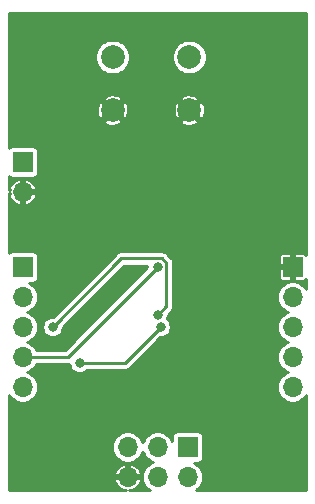
<source format=gbr>
%TF.GenerationSoftware,KiCad,Pcbnew,(5.1.6-0-10_14)*%
%TF.CreationDate,2020-10-01T20:29:49+09:00*%
%TF.ProjectId,hawk,6861776b-2e6b-4696-9361-645f70636258,rev?*%
%TF.SameCoordinates,Original*%
%TF.FileFunction,Copper,L2,Bot*%
%TF.FilePolarity,Positive*%
%FSLAX46Y46*%
G04 Gerber Fmt 4.6, Leading zero omitted, Abs format (unit mm)*
G04 Created by KiCad (PCBNEW (5.1.6-0-10_14)) date 2020-10-01 20:29:49*
%MOMM*%
%LPD*%
G01*
G04 APERTURE LIST*
%TA.AperFunction,ComponentPad*%
%ADD10C,2.000000*%
%TD*%
%TA.AperFunction,ComponentPad*%
%ADD11O,1.700000X1.700000*%
%TD*%
%TA.AperFunction,ComponentPad*%
%ADD12R,1.700000X1.700000*%
%TD*%
%TA.AperFunction,ViaPad*%
%ADD13C,0.800000*%
%TD*%
%TA.AperFunction,Conductor*%
%ADD14C,0.250000*%
%TD*%
%TA.AperFunction,Conductor*%
%ADD15C,0.254000*%
%TD*%
G04 APERTURE END LIST*
D10*
%TO.P,SW1,1*%
%TO.N,reset*%
X118260000Y-88900000D03*
%TO.P,SW1,2*%
%TO.N,GND*%
X118260000Y-93400000D03*
%TO.P,SW1,1*%
%TO.N,reset*%
X111760000Y-88900000D03*
%TO.P,SW1,2*%
%TO.N,GND*%
X111760000Y-93400000D03*
%TD*%
D11*
%TO.P,J3,2*%
%TO.N,GND*%
X104140000Y-100330000D03*
D12*
%TO.P,J3,1*%
%TO.N,+BATT*%
X104140000Y-97790000D03*
%TD*%
D11*
%TO.P,J2,5*%
%TO.N,GPIO_5*%
X127000000Y-116840000D03*
%TO.P,J2,4*%
%TO.N,GPIO_6*%
X127000000Y-114300000D03*
%TO.P,J2,3*%
%TO.N,GPIO_7*%
X127000000Y-111760000D03*
%TO.P,J2,2*%
%TO.N,GPIO_8*%
X127000000Y-109220000D03*
D12*
%TO.P,J2,1*%
%TO.N,GND*%
X127000000Y-106680000D03*
%TD*%
D11*
%TO.P,J1,5*%
%TO.N,GPIO_4*%
X104140000Y-116840000D03*
%TO.P,J1,4*%
%TO.N,GPIO_3*%
X104140000Y-114300000D03*
%TO.P,J1,3*%
%TO.N,GPIO_2*%
X104140000Y-111760000D03*
%TO.P,J1,2*%
%TO.N,GPIO_1*%
X104140000Y-109220000D03*
D12*
%TO.P,J1,1*%
%TO.N,+3V3*%
X104140000Y-106680000D03*
%TD*%
D11*
%TO.P,J0,6*%
%TO.N,GND*%
X113030000Y-124460000D03*
%TO.P,J0,5*%
%TO.N,reset*%
X113030000Y-121920000D03*
%TO.P,J0,4*%
%TO.N,Net-(J0-Pad4)*%
X115570000Y-124460000D03*
%TO.P,J0,3*%
%TO.N,SWCLK*%
X115570000Y-121920000D03*
%TO.P,J0,2*%
%TO.N,+3V3*%
X118110000Y-124460000D03*
D12*
%TO.P,J0,1*%
%TO.N,SWDIO*%
X118110000Y-121920000D03*
%TD*%
D13*
%TO.N,GND*%
X104140000Y-87630000D03*
X104140000Y-90170000D03*
X104140000Y-92710000D03*
X104140000Y-95250000D03*
X127000000Y-87630000D03*
X127000000Y-90170000D03*
X127000000Y-92710000D03*
X127000000Y-95250000D03*
X107950000Y-86360000D03*
X110490000Y-86360000D03*
X114300000Y-86360000D03*
X118110000Y-86360000D03*
X120650000Y-86360000D03*
X123190000Y-86360000D03*
X125730000Y-86360000D03*
X105410000Y-86360000D03*
%TO.N,+3V3*%
X115824000Y-111760000D03*
X108966000Y-114808000D03*
%TO.N,GPIO_3*%
X115570000Y-106680000D03*
%TO.N,GPIO_2*%
X106680000Y-111760000D03*
X115570000Y-110744000D03*
%TD*%
D14*
%TO.N,+3V3*%
X108966000Y-114808000D02*
X112776000Y-114808000D01*
X115824000Y-111760000D02*
X112776000Y-114808000D01*
%TO.N,GPIO_3*%
X115570000Y-106680000D02*
X107950000Y-114300000D01*
X107950000Y-114300000D02*
X104140000Y-114300000D01*
%TO.N,GPIO_2*%
X112485001Y-105954999D02*
X115918001Y-105954999D01*
X115918001Y-105954999D02*
X116295001Y-106331999D01*
X106680000Y-111760000D02*
X112485001Y-105954999D01*
X116295001Y-106331999D02*
X116295001Y-110018999D01*
X116295001Y-110018999D02*
X115570000Y-110744000D01*
X115570000Y-110744000D02*
X115570000Y-110744000D01*
%TD*%
D15*
%TO.N,GND*%
G36*
X128143000Y-105684482D02*
G01*
X128123206Y-105647450D01*
X128082343Y-105597657D01*
X128032550Y-105556794D01*
X127975743Y-105526430D01*
X127914103Y-105507732D01*
X127850000Y-105501418D01*
X127208750Y-105503000D01*
X127127000Y-105584750D01*
X127127000Y-106553000D01*
X127147000Y-106553000D01*
X127147000Y-106807000D01*
X127127000Y-106807000D01*
X127127000Y-107775250D01*
X127208750Y-107857000D01*
X127850000Y-107858582D01*
X127914103Y-107852268D01*
X127975743Y-107833570D01*
X128032550Y-107803206D01*
X128082343Y-107762343D01*
X128123206Y-107712550D01*
X128143000Y-107675518D01*
X128143000Y-108542084D01*
X128030748Y-108374087D01*
X127845913Y-108189252D01*
X127628570Y-108044028D01*
X127387072Y-107943996D01*
X127130698Y-107893000D01*
X126869302Y-107893000D01*
X126612928Y-107943996D01*
X126371430Y-108044028D01*
X126154087Y-108189252D01*
X125969252Y-108374087D01*
X125824028Y-108591430D01*
X125723996Y-108832928D01*
X125673000Y-109089302D01*
X125673000Y-109350698D01*
X125723996Y-109607072D01*
X125824028Y-109848570D01*
X125969252Y-110065913D01*
X126154087Y-110250748D01*
X126371430Y-110395972D01*
X126598433Y-110490000D01*
X126371430Y-110584028D01*
X126154087Y-110729252D01*
X125969252Y-110914087D01*
X125824028Y-111131430D01*
X125723996Y-111372928D01*
X125673000Y-111629302D01*
X125673000Y-111890698D01*
X125723996Y-112147072D01*
X125824028Y-112388570D01*
X125969252Y-112605913D01*
X126154087Y-112790748D01*
X126371430Y-112935972D01*
X126598433Y-113030000D01*
X126371430Y-113124028D01*
X126154087Y-113269252D01*
X125969252Y-113454087D01*
X125824028Y-113671430D01*
X125723996Y-113912928D01*
X125673000Y-114169302D01*
X125673000Y-114430698D01*
X125723996Y-114687072D01*
X125824028Y-114928570D01*
X125969252Y-115145913D01*
X126154087Y-115330748D01*
X126371430Y-115475972D01*
X126598433Y-115570000D01*
X126371430Y-115664028D01*
X126154087Y-115809252D01*
X125969252Y-115994087D01*
X125824028Y-116211430D01*
X125723996Y-116452928D01*
X125673000Y-116709302D01*
X125673000Y-116970698D01*
X125723996Y-117227072D01*
X125824028Y-117468570D01*
X125969252Y-117685913D01*
X126154087Y-117870748D01*
X126371430Y-118015972D01*
X126612928Y-118116004D01*
X126869302Y-118167000D01*
X127130698Y-118167000D01*
X127387072Y-118116004D01*
X127628570Y-118015972D01*
X127845913Y-117870748D01*
X128030748Y-117685913D01*
X128143000Y-117517916D01*
X128143000Y-125603000D01*
X118787916Y-125603000D01*
X118955913Y-125490748D01*
X119140748Y-125305913D01*
X119285972Y-125088570D01*
X119386004Y-124847072D01*
X119437000Y-124590698D01*
X119437000Y-124329302D01*
X119386004Y-124072928D01*
X119285972Y-123831430D01*
X119140748Y-123614087D01*
X118955913Y-123429252D01*
X118738570Y-123284028D01*
X118654746Y-123249307D01*
X118960000Y-123249307D01*
X119053508Y-123240097D01*
X119143423Y-123212822D01*
X119226289Y-123168529D01*
X119298921Y-123108921D01*
X119358529Y-123036289D01*
X119402822Y-122953423D01*
X119430097Y-122863508D01*
X119439307Y-122770000D01*
X119439307Y-121070000D01*
X119430097Y-120976492D01*
X119402822Y-120886577D01*
X119358529Y-120803711D01*
X119298921Y-120731079D01*
X119226289Y-120671471D01*
X119143423Y-120627178D01*
X119053508Y-120599903D01*
X118960000Y-120590693D01*
X117260000Y-120590693D01*
X117166492Y-120599903D01*
X117076577Y-120627178D01*
X116993711Y-120671471D01*
X116921079Y-120731079D01*
X116861471Y-120803711D01*
X116817178Y-120886577D01*
X116789903Y-120976492D01*
X116780693Y-121070000D01*
X116780693Y-121375254D01*
X116745972Y-121291430D01*
X116600748Y-121074087D01*
X116415913Y-120889252D01*
X116198570Y-120744028D01*
X115957072Y-120643996D01*
X115700698Y-120593000D01*
X115439302Y-120593000D01*
X115182928Y-120643996D01*
X114941430Y-120744028D01*
X114724087Y-120889252D01*
X114539252Y-121074087D01*
X114394028Y-121291430D01*
X114300000Y-121518433D01*
X114205972Y-121291430D01*
X114060748Y-121074087D01*
X113875913Y-120889252D01*
X113658570Y-120744028D01*
X113417072Y-120643996D01*
X113160698Y-120593000D01*
X112899302Y-120593000D01*
X112642928Y-120643996D01*
X112401430Y-120744028D01*
X112184087Y-120889252D01*
X111999252Y-121074087D01*
X111854028Y-121291430D01*
X111753996Y-121532928D01*
X111703000Y-121789302D01*
X111703000Y-122050698D01*
X111753996Y-122307072D01*
X111854028Y-122548570D01*
X111999252Y-122765913D01*
X112184087Y-122950748D01*
X112401430Y-123095972D01*
X112642928Y-123196004D01*
X112899302Y-123247000D01*
X113160698Y-123247000D01*
X113417072Y-123196004D01*
X113658570Y-123095972D01*
X113875913Y-122950748D01*
X114060748Y-122765913D01*
X114205972Y-122548570D01*
X114300000Y-122321567D01*
X114394028Y-122548570D01*
X114539252Y-122765913D01*
X114724087Y-122950748D01*
X114941430Y-123095972D01*
X115168433Y-123190000D01*
X114941430Y-123284028D01*
X114724087Y-123429252D01*
X114539252Y-123614087D01*
X114394028Y-123831430D01*
X114293996Y-124072928D01*
X114243000Y-124329302D01*
X114243000Y-124590698D01*
X114293996Y-124847072D01*
X114394028Y-125088570D01*
X114539252Y-125305913D01*
X114724087Y-125490748D01*
X114892084Y-125603000D01*
X113157002Y-125603000D01*
X113157002Y-125547863D01*
X113338485Y-125595855D01*
X113404553Y-125575819D01*
X113615042Y-125481307D01*
X113803048Y-125347547D01*
X113961346Y-125179679D01*
X114083853Y-124984154D01*
X114165861Y-124768486D01*
X114118384Y-124587000D01*
X113157000Y-124587000D01*
X113157000Y-124607000D01*
X112903000Y-124607000D01*
X112903000Y-124587000D01*
X111941616Y-124587000D01*
X111894139Y-124768486D01*
X111976147Y-124984154D01*
X112098654Y-125179679D01*
X112256952Y-125347547D01*
X112444958Y-125481307D01*
X112655447Y-125575819D01*
X112721515Y-125595855D01*
X112902998Y-125547863D01*
X112902998Y-125603000D01*
X102997000Y-125603000D01*
X102997000Y-124151514D01*
X111894139Y-124151514D01*
X111941616Y-124333000D01*
X112903000Y-124333000D01*
X112903000Y-123372138D01*
X113157000Y-123372138D01*
X113157000Y-124333000D01*
X114118384Y-124333000D01*
X114165861Y-124151514D01*
X114083853Y-123935846D01*
X113961346Y-123740321D01*
X113803048Y-123572453D01*
X113615042Y-123438693D01*
X113404553Y-123344181D01*
X113338485Y-123324145D01*
X113157000Y-123372138D01*
X112903000Y-123372138D01*
X112721515Y-123324145D01*
X112655447Y-123344181D01*
X112444958Y-123438693D01*
X112256952Y-123572453D01*
X112098654Y-123740321D01*
X111976147Y-123935846D01*
X111894139Y-124151514D01*
X102997000Y-124151514D01*
X102997000Y-117517916D01*
X103109252Y-117685913D01*
X103294087Y-117870748D01*
X103511430Y-118015972D01*
X103752928Y-118116004D01*
X104009302Y-118167000D01*
X104270698Y-118167000D01*
X104527072Y-118116004D01*
X104768570Y-118015972D01*
X104985913Y-117870748D01*
X105170748Y-117685913D01*
X105315972Y-117468570D01*
X105416004Y-117227072D01*
X105467000Y-116970698D01*
X105467000Y-116709302D01*
X105416004Y-116452928D01*
X105315972Y-116211430D01*
X105170748Y-115994087D01*
X104985913Y-115809252D01*
X104768570Y-115664028D01*
X104541567Y-115570000D01*
X104768570Y-115475972D01*
X104985913Y-115330748D01*
X105170748Y-115145913D01*
X105315972Y-114928570D01*
X105326978Y-114902000D01*
X107920444Y-114902000D01*
X107950000Y-114904911D01*
X107979556Y-114902000D01*
X107979566Y-114902000D01*
X108068012Y-114893289D01*
X108089000Y-114886922D01*
X108089000Y-114894377D01*
X108122703Y-115063811D01*
X108188813Y-115223415D01*
X108284790Y-115367055D01*
X108406945Y-115489210D01*
X108550585Y-115585187D01*
X108710189Y-115651297D01*
X108879623Y-115685000D01*
X109052377Y-115685000D01*
X109221811Y-115651297D01*
X109381415Y-115585187D01*
X109525055Y-115489210D01*
X109604265Y-115410000D01*
X112746444Y-115410000D01*
X112776000Y-115412911D01*
X112805556Y-115410000D01*
X112805566Y-115410000D01*
X112894012Y-115401289D01*
X113007490Y-115366866D01*
X113112071Y-115310966D01*
X113203737Y-115235737D01*
X113222589Y-115212766D01*
X115798356Y-112637000D01*
X115910377Y-112637000D01*
X116079811Y-112603297D01*
X116239415Y-112537187D01*
X116383055Y-112441210D01*
X116505210Y-112319055D01*
X116601187Y-112175415D01*
X116667297Y-112015811D01*
X116701000Y-111846377D01*
X116701000Y-111673623D01*
X116667297Y-111504189D01*
X116601187Y-111344585D01*
X116505210Y-111200945D01*
X116383055Y-111078790D01*
X116381119Y-111077496D01*
X116413297Y-110999811D01*
X116447000Y-110830377D01*
X116447000Y-110718356D01*
X116699778Y-110465579D01*
X116722738Y-110446736D01*
X116741581Y-110423776D01*
X116741585Y-110423772D01*
X116797966Y-110355071D01*
X116806434Y-110339229D01*
X116853867Y-110250489D01*
X116888290Y-110137011D01*
X116897001Y-110048565D01*
X116897001Y-110048556D01*
X116899912Y-110019000D01*
X116897001Y-109989443D01*
X116897001Y-107530000D01*
X125821418Y-107530000D01*
X125827732Y-107594103D01*
X125846430Y-107655743D01*
X125876794Y-107712550D01*
X125917657Y-107762343D01*
X125967450Y-107803206D01*
X126024257Y-107833570D01*
X126085897Y-107852268D01*
X126150000Y-107858582D01*
X126791250Y-107857000D01*
X126873000Y-107775250D01*
X126873000Y-106807000D01*
X125904750Y-106807000D01*
X125823000Y-106888750D01*
X125821418Y-107530000D01*
X116897001Y-107530000D01*
X116897001Y-106361558D01*
X116899912Y-106331999D01*
X116897001Y-106302440D01*
X116897001Y-106302433D01*
X116888290Y-106213987D01*
X116879949Y-106186488D01*
X116853867Y-106100509D01*
X116797967Y-105995927D01*
X116764377Y-105954999D01*
X116722738Y-105904262D01*
X116699768Y-105885411D01*
X116644357Y-105830000D01*
X125821418Y-105830000D01*
X125823000Y-106471250D01*
X125904750Y-106553000D01*
X126873000Y-106553000D01*
X126873000Y-105584750D01*
X126791250Y-105503000D01*
X126150000Y-105501418D01*
X126085897Y-105507732D01*
X126024257Y-105526430D01*
X125967450Y-105556794D01*
X125917657Y-105597657D01*
X125876794Y-105647450D01*
X125846430Y-105704257D01*
X125827732Y-105765897D01*
X125821418Y-105830000D01*
X116644357Y-105830000D01*
X116364590Y-105550233D01*
X116345738Y-105527262D01*
X116254072Y-105452033D01*
X116149491Y-105396133D01*
X116036013Y-105361710D01*
X115947567Y-105352999D01*
X115947557Y-105352999D01*
X115918001Y-105350088D01*
X115888445Y-105352999D01*
X112514557Y-105352999D01*
X112485000Y-105350088D01*
X112455444Y-105352999D01*
X112455435Y-105352999D01*
X112366989Y-105361710D01*
X112253511Y-105396133D01*
X112148930Y-105452033D01*
X112148928Y-105452034D01*
X112148929Y-105452034D01*
X112080228Y-105508415D01*
X112080224Y-105508419D01*
X112057264Y-105527262D01*
X112038421Y-105550222D01*
X106705645Y-110883000D01*
X106593623Y-110883000D01*
X106424189Y-110916703D01*
X106264585Y-110982813D01*
X106120945Y-111078790D01*
X105998790Y-111200945D01*
X105902813Y-111344585D01*
X105836703Y-111504189D01*
X105803000Y-111673623D01*
X105803000Y-111846377D01*
X105836703Y-112015811D01*
X105902813Y-112175415D01*
X105998790Y-112319055D01*
X106120945Y-112441210D01*
X106264585Y-112537187D01*
X106424189Y-112603297D01*
X106593623Y-112637000D01*
X106766377Y-112637000D01*
X106935811Y-112603297D01*
X107095415Y-112537187D01*
X107239055Y-112441210D01*
X107361210Y-112319055D01*
X107457187Y-112175415D01*
X107523297Y-112015811D01*
X107557000Y-111846377D01*
X107557000Y-111734355D01*
X112734358Y-106556999D01*
X114700285Y-106556999D01*
X114693000Y-106593623D01*
X114693000Y-106705643D01*
X107700645Y-113698000D01*
X105326978Y-113698000D01*
X105315972Y-113671430D01*
X105170748Y-113454087D01*
X104985913Y-113269252D01*
X104768570Y-113124028D01*
X104541567Y-113030000D01*
X104768570Y-112935972D01*
X104985913Y-112790748D01*
X105170748Y-112605913D01*
X105315972Y-112388570D01*
X105416004Y-112147072D01*
X105467000Y-111890698D01*
X105467000Y-111629302D01*
X105416004Y-111372928D01*
X105315972Y-111131430D01*
X105170748Y-110914087D01*
X104985913Y-110729252D01*
X104768570Y-110584028D01*
X104541567Y-110490000D01*
X104768570Y-110395972D01*
X104985913Y-110250748D01*
X105170748Y-110065913D01*
X105315972Y-109848570D01*
X105416004Y-109607072D01*
X105467000Y-109350698D01*
X105467000Y-109089302D01*
X105416004Y-108832928D01*
X105315972Y-108591430D01*
X105170748Y-108374087D01*
X104985913Y-108189252D01*
X104768570Y-108044028D01*
X104684746Y-108009307D01*
X104990000Y-108009307D01*
X105083508Y-108000097D01*
X105173423Y-107972822D01*
X105256289Y-107928529D01*
X105328921Y-107868921D01*
X105388529Y-107796289D01*
X105432822Y-107713423D01*
X105460097Y-107623508D01*
X105469307Y-107530000D01*
X105469307Y-105830000D01*
X105460097Y-105736492D01*
X105432822Y-105646577D01*
X105388529Y-105563711D01*
X105328921Y-105491079D01*
X105256289Y-105431471D01*
X105173423Y-105387178D01*
X105083508Y-105359903D01*
X104990000Y-105350693D01*
X103290000Y-105350693D01*
X103196492Y-105359903D01*
X103106577Y-105387178D01*
X103023711Y-105431471D01*
X102997000Y-105453392D01*
X102997000Y-100457002D01*
X103052137Y-100457002D01*
X103004145Y-100638485D01*
X103024181Y-100704553D01*
X103118693Y-100915042D01*
X103252453Y-101103048D01*
X103420321Y-101261346D01*
X103615846Y-101383853D01*
X103831514Y-101465861D01*
X104013000Y-101418384D01*
X104013000Y-100457000D01*
X104267000Y-100457000D01*
X104267000Y-101418384D01*
X104448486Y-101465861D01*
X104664154Y-101383853D01*
X104859679Y-101261346D01*
X105027547Y-101103048D01*
X105161307Y-100915042D01*
X105255819Y-100704553D01*
X105275855Y-100638485D01*
X105227862Y-100457000D01*
X104267000Y-100457000D01*
X104013000Y-100457000D01*
X103993000Y-100457000D01*
X103993000Y-100203000D01*
X104013000Y-100203000D01*
X104013000Y-99241616D01*
X104267000Y-99241616D01*
X104267000Y-100203000D01*
X105227862Y-100203000D01*
X105275855Y-100021515D01*
X105255819Y-99955447D01*
X105161307Y-99744958D01*
X105027547Y-99556952D01*
X104859679Y-99398654D01*
X104664154Y-99276147D01*
X104448486Y-99194139D01*
X104267000Y-99241616D01*
X104013000Y-99241616D01*
X103831514Y-99194139D01*
X103615846Y-99276147D01*
X103420321Y-99398654D01*
X103252453Y-99556952D01*
X103118693Y-99744958D01*
X103024181Y-99955447D01*
X103004145Y-100021515D01*
X103052137Y-100202998D01*
X102997000Y-100202998D01*
X102997000Y-99016608D01*
X103023711Y-99038529D01*
X103106577Y-99082822D01*
X103196492Y-99110097D01*
X103290000Y-99119307D01*
X104990000Y-99119307D01*
X105083508Y-99110097D01*
X105173423Y-99082822D01*
X105256289Y-99038529D01*
X105328921Y-98978921D01*
X105388529Y-98906289D01*
X105432822Y-98823423D01*
X105460097Y-98733508D01*
X105469307Y-98640000D01*
X105469307Y-96940000D01*
X105460097Y-96846492D01*
X105432822Y-96756577D01*
X105388529Y-96673711D01*
X105328921Y-96601079D01*
X105256289Y-96541471D01*
X105173423Y-96497178D01*
X105083508Y-96469903D01*
X104990000Y-96460693D01*
X103290000Y-96460693D01*
X103196492Y-96469903D01*
X103106577Y-96497178D01*
X103023711Y-96541471D01*
X102997000Y-96563392D01*
X102997000Y-94370300D01*
X110969305Y-94370300D01*
X111082543Y-94548505D01*
X111319622Y-94658602D01*
X111573626Y-94720332D01*
X111834791Y-94731322D01*
X112093081Y-94691150D01*
X112338572Y-94601360D01*
X112437457Y-94548505D01*
X112550695Y-94370300D01*
X117469305Y-94370300D01*
X117582543Y-94548505D01*
X117819622Y-94658602D01*
X118073626Y-94720332D01*
X118334791Y-94731322D01*
X118593081Y-94691150D01*
X118838572Y-94601360D01*
X118937457Y-94548505D01*
X119050695Y-94370300D01*
X118260000Y-93579605D01*
X117469305Y-94370300D01*
X112550695Y-94370300D01*
X111760000Y-93579605D01*
X110969305Y-94370300D01*
X102997000Y-94370300D01*
X102997000Y-93474791D01*
X110428678Y-93474791D01*
X110468850Y-93733081D01*
X110558640Y-93978572D01*
X110611495Y-94077457D01*
X110789700Y-94190695D01*
X111580395Y-93400000D01*
X111939605Y-93400000D01*
X112730300Y-94190695D01*
X112908505Y-94077457D01*
X113018602Y-93840378D01*
X113080332Y-93586374D01*
X113085027Y-93474791D01*
X116928678Y-93474791D01*
X116968850Y-93733081D01*
X117058640Y-93978572D01*
X117111495Y-94077457D01*
X117289700Y-94190695D01*
X118080395Y-93400000D01*
X118439605Y-93400000D01*
X119230300Y-94190695D01*
X119408505Y-94077457D01*
X119518602Y-93840378D01*
X119580332Y-93586374D01*
X119591322Y-93325209D01*
X119551150Y-93066919D01*
X119461360Y-92821428D01*
X119408505Y-92722543D01*
X119230300Y-92609305D01*
X118439605Y-93400000D01*
X118080395Y-93400000D01*
X117289700Y-92609305D01*
X117111495Y-92722543D01*
X117001398Y-92959622D01*
X116939668Y-93213626D01*
X116928678Y-93474791D01*
X113085027Y-93474791D01*
X113091322Y-93325209D01*
X113051150Y-93066919D01*
X112961360Y-92821428D01*
X112908505Y-92722543D01*
X112730300Y-92609305D01*
X111939605Y-93400000D01*
X111580395Y-93400000D01*
X110789700Y-92609305D01*
X110611495Y-92722543D01*
X110501398Y-92959622D01*
X110439668Y-93213626D01*
X110428678Y-93474791D01*
X102997000Y-93474791D01*
X102997000Y-92429700D01*
X110969305Y-92429700D01*
X111760000Y-93220395D01*
X112550695Y-92429700D01*
X117469305Y-92429700D01*
X118260000Y-93220395D01*
X119050695Y-92429700D01*
X118937457Y-92251495D01*
X118700378Y-92141398D01*
X118446374Y-92079668D01*
X118185209Y-92068678D01*
X117926919Y-92108850D01*
X117681428Y-92198640D01*
X117582543Y-92251495D01*
X117469305Y-92429700D01*
X112550695Y-92429700D01*
X112437457Y-92251495D01*
X112200378Y-92141398D01*
X111946374Y-92079668D01*
X111685209Y-92068678D01*
X111426919Y-92108850D01*
X111181428Y-92198640D01*
X111082543Y-92251495D01*
X110969305Y-92429700D01*
X102997000Y-92429700D01*
X102997000Y-88754528D01*
X110283000Y-88754528D01*
X110283000Y-89045472D01*
X110339760Y-89330825D01*
X110451099Y-89599622D01*
X110612739Y-89841533D01*
X110818467Y-90047261D01*
X111060378Y-90208901D01*
X111329175Y-90320240D01*
X111614528Y-90377000D01*
X111905472Y-90377000D01*
X112190825Y-90320240D01*
X112459622Y-90208901D01*
X112701533Y-90047261D01*
X112907261Y-89841533D01*
X113068901Y-89599622D01*
X113180240Y-89330825D01*
X113237000Y-89045472D01*
X113237000Y-88754528D01*
X116783000Y-88754528D01*
X116783000Y-89045472D01*
X116839760Y-89330825D01*
X116951099Y-89599622D01*
X117112739Y-89841533D01*
X117318467Y-90047261D01*
X117560378Y-90208901D01*
X117829175Y-90320240D01*
X118114528Y-90377000D01*
X118405472Y-90377000D01*
X118690825Y-90320240D01*
X118959622Y-90208901D01*
X119201533Y-90047261D01*
X119407261Y-89841533D01*
X119568901Y-89599622D01*
X119680240Y-89330825D01*
X119737000Y-89045472D01*
X119737000Y-88754528D01*
X119680240Y-88469175D01*
X119568901Y-88200378D01*
X119407261Y-87958467D01*
X119201533Y-87752739D01*
X118959622Y-87591099D01*
X118690825Y-87479760D01*
X118405472Y-87423000D01*
X118114528Y-87423000D01*
X117829175Y-87479760D01*
X117560378Y-87591099D01*
X117318467Y-87752739D01*
X117112739Y-87958467D01*
X116951099Y-88200378D01*
X116839760Y-88469175D01*
X116783000Y-88754528D01*
X113237000Y-88754528D01*
X113180240Y-88469175D01*
X113068901Y-88200378D01*
X112907261Y-87958467D01*
X112701533Y-87752739D01*
X112459622Y-87591099D01*
X112190825Y-87479760D01*
X111905472Y-87423000D01*
X111614528Y-87423000D01*
X111329175Y-87479760D01*
X111060378Y-87591099D01*
X110818467Y-87752739D01*
X110612739Y-87958467D01*
X110451099Y-88200378D01*
X110339760Y-88469175D01*
X110283000Y-88754528D01*
X102997000Y-88754528D01*
X102997000Y-85217000D01*
X128143000Y-85217000D01*
X128143000Y-105684482D01*
G37*
X128143000Y-105684482D02*
X128123206Y-105647450D01*
X128082343Y-105597657D01*
X128032550Y-105556794D01*
X127975743Y-105526430D01*
X127914103Y-105507732D01*
X127850000Y-105501418D01*
X127208750Y-105503000D01*
X127127000Y-105584750D01*
X127127000Y-106553000D01*
X127147000Y-106553000D01*
X127147000Y-106807000D01*
X127127000Y-106807000D01*
X127127000Y-107775250D01*
X127208750Y-107857000D01*
X127850000Y-107858582D01*
X127914103Y-107852268D01*
X127975743Y-107833570D01*
X128032550Y-107803206D01*
X128082343Y-107762343D01*
X128123206Y-107712550D01*
X128143000Y-107675518D01*
X128143000Y-108542084D01*
X128030748Y-108374087D01*
X127845913Y-108189252D01*
X127628570Y-108044028D01*
X127387072Y-107943996D01*
X127130698Y-107893000D01*
X126869302Y-107893000D01*
X126612928Y-107943996D01*
X126371430Y-108044028D01*
X126154087Y-108189252D01*
X125969252Y-108374087D01*
X125824028Y-108591430D01*
X125723996Y-108832928D01*
X125673000Y-109089302D01*
X125673000Y-109350698D01*
X125723996Y-109607072D01*
X125824028Y-109848570D01*
X125969252Y-110065913D01*
X126154087Y-110250748D01*
X126371430Y-110395972D01*
X126598433Y-110490000D01*
X126371430Y-110584028D01*
X126154087Y-110729252D01*
X125969252Y-110914087D01*
X125824028Y-111131430D01*
X125723996Y-111372928D01*
X125673000Y-111629302D01*
X125673000Y-111890698D01*
X125723996Y-112147072D01*
X125824028Y-112388570D01*
X125969252Y-112605913D01*
X126154087Y-112790748D01*
X126371430Y-112935972D01*
X126598433Y-113030000D01*
X126371430Y-113124028D01*
X126154087Y-113269252D01*
X125969252Y-113454087D01*
X125824028Y-113671430D01*
X125723996Y-113912928D01*
X125673000Y-114169302D01*
X125673000Y-114430698D01*
X125723996Y-114687072D01*
X125824028Y-114928570D01*
X125969252Y-115145913D01*
X126154087Y-115330748D01*
X126371430Y-115475972D01*
X126598433Y-115570000D01*
X126371430Y-115664028D01*
X126154087Y-115809252D01*
X125969252Y-115994087D01*
X125824028Y-116211430D01*
X125723996Y-116452928D01*
X125673000Y-116709302D01*
X125673000Y-116970698D01*
X125723996Y-117227072D01*
X125824028Y-117468570D01*
X125969252Y-117685913D01*
X126154087Y-117870748D01*
X126371430Y-118015972D01*
X126612928Y-118116004D01*
X126869302Y-118167000D01*
X127130698Y-118167000D01*
X127387072Y-118116004D01*
X127628570Y-118015972D01*
X127845913Y-117870748D01*
X128030748Y-117685913D01*
X128143000Y-117517916D01*
X128143000Y-125603000D01*
X118787916Y-125603000D01*
X118955913Y-125490748D01*
X119140748Y-125305913D01*
X119285972Y-125088570D01*
X119386004Y-124847072D01*
X119437000Y-124590698D01*
X119437000Y-124329302D01*
X119386004Y-124072928D01*
X119285972Y-123831430D01*
X119140748Y-123614087D01*
X118955913Y-123429252D01*
X118738570Y-123284028D01*
X118654746Y-123249307D01*
X118960000Y-123249307D01*
X119053508Y-123240097D01*
X119143423Y-123212822D01*
X119226289Y-123168529D01*
X119298921Y-123108921D01*
X119358529Y-123036289D01*
X119402822Y-122953423D01*
X119430097Y-122863508D01*
X119439307Y-122770000D01*
X119439307Y-121070000D01*
X119430097Y-120976492D01*
X119402822Y-120886577D01*
X119358529Y-120803711D01*
X119298921Y-120731079D01*
X119226289Y-120671471D01*
X119143423Y-120627178D01*
X119053508Y-120599903D01*
X118960000Y-120590693D01*
X117260000Y-120590693D01*
X117166492Y-120599903D01*
X117076577Y-120627178D01*
X116993711Y-120671471D01*
X116921079Y-120731079D01*
X116861471Y-120803711D01*
X116817178Y-120886577D01*
X116789903Y-120976492D01*
X116780693Y-121070000D01*
X116780693Y-121375254D01*
X116745972Y-121291430D01*
X116600748Y-121074087D01*
X116415913Y-120889252D01*
X116198570Y-120744028D01*
X115957072Y-120643996D01*
X115700698Y-120593000D01*
X115439302Y-120593000D01*
X115182928Y-120643996D01*
X114941430Y-120744028D01*
X114724087Y-120889252D01*
X114539252Y-121074087D01*
X114394028Y-121291430D01*
X114300000Y-121518433D01*
X114205972Y-121291430D01*
X114060748Y-121074087D01*
X113875913Y-120889252D01*
X113658570Y-120744028D01*
X113417072Y-120643996D01*
X113160698Y-120593000D01*
X112899302Y-120593000D01*
X112642928Y-120643996D01*
X112401430Y-120744028D01*
X112184087Y-120889252D01*
X111999252Y-121074087D01*
X111854028Y-121291430D01*
X111753996Y-121532928D01*
X111703000Y-121789302D01*
X111703000Y-122050698D01*
X111753996Y-122307072D01*
X111854028Y-122548570D01*
X111999252Y-122765913D01*
X112184087Y-122950748D01*
X112401430Y-123095972D01*
X112642928Y-123196004D01*
X112899302Y-123247000D01*
X113160698Y-123247000D01*
X113417072Y-123196004D01*
X113658570Y-123095972D01*
X113875913Y-122950748D01*
X114060748Y-122765913D01*
X114205972Y-122548570D01*
X114300000Y-122321567D01*
X114394028Y-122548570D01*
X114539252Y-122765913D01*
X114724087Y-122950748D01*
X114941430Y-123095972D01*
X115168433Y-123190000D01*
X114941430Y-123284028D01*
X114724087Y-123429252D01*
X114539252Y-123614087D01*
X114394028Y-123831430D01*
X114293996Y-124072928D01*
X114243000Y-124329302D01*
X114243000Y-124590698D01*
X114293996Y-124847072D01*
X114394028Y-125088570D01*
X114539252Y-125305913D01*
X114724087Y-125490748D01*
X114892084Y-125603000D01*
X113157002Y-125603000D01*
X113157002Y-125547863D01*
X113338485Y-125595855D01*
X113404553Y-125575819D01*
X113615042Y-125481307D01*
X113803048Y-125347547D01*
X113961346Y-125179679D01*
X114083853Y-124984154D01*
X114165861Y-124768486D01*
X114118384Y-124587000D01*
X113157000Y-124587000D01*
X113157000Y-124607000D01*
X112903000Y-124607000D01*
X112903000Y-124587000D01*
X111941616Y-124587000D01*
X111894139Y-124768486D01*
X111976147Y-124984154D01*
X112098654Y-125179679D01*
X112256952Y-125347547D01*
X112444958Y-125481307D01*
X112655447Y-125575819D01*
X112721515Y-125595855D01*
X112902998Y-125547863D01*
X112902998Y-125603000D01*
X102997000Y-125603000D01*
X102997000Y-124151514D01*
X111894139Y-124151514D01*
X111941616Y-124333000D01*
X112903000Y-124333000D01*
X112903000Y-123372138D01*
X113157000Y-123372138D01*
X113157000Y-124333000D01*
X114118384Y-124333000D01*
X114165861Y-124151514D01*
X114083853Y-123935846D01*
X113961346Y-123740321D01*
X113803048Y-123572453D01*
X113615042Y-123438693D01*
X113404553Y-123344181D01*
X113338485Y-123324145D01*
X113157000Y-123372138D01*
X112903000Y-123372138D01*
X112721515Y-123324145D01*
X112655447Y-123344181D01*
X112444958Y-123438693D01*
X112256952Y-123572453D01*
X112098654Y-123740321D01*
X111976147Y-123935846D01*
X111894139Y-124151514D01*
X102997000Y-124151514D01*
X102997000Y-117517916D01*
X103109252Y-117685913D01*
X103294087Y-117870748D01*
X103511430Y-118015972D01*
X103752928Y-118116004D01*
X104009302Y-118167000D01*
X104270698Y-118167000D01*
X104527072Y-118116004D01*
X104768570Y-118015972D01*
X104985913Y-117870748D01*
X105170748Y-117685913D01*
X105315972Y-117468570D01*
X105416004Y-117227072D01*
X105467000Y-116970698D01*
X105467000Y-116709302D01*
X105416004Y-116452928D01*
X105315972Y-116211430D01*
X105170748Y-115994087D01*
X104985913Y-115809252D01*
X104768570Y-115664028D01*
X104541567Y-115570000D01*
X104768570Y-115475972D01*
X104985913Y-115330748D01*
X105170748Y-115145913D01*
X105315972Y-114928570D01*
X105326978Y-114902000D01*
X107920444Y-114902000D01*
X107950000Y-114904911D01*
X107979556Y-114902000D01*
X107979566Y-114902000D01*
X108068012Y-114893289D01*
X108089000Y-114886922D01*
X108089000Y-114894377D01*
X108122703Y-115063811D01*
X108188813Y-115223415D01*
X108284790Y-115367055D01*
X108406945Y-115489210D01*
X108550585Y-115585187D01*
X108710189Y-115651297D01*
X108879623Y-115685000D01*
X109052377Y-115685000D01*
X109221811Y-115651297D01*
X109381415Y-115585187D01*
X109525055Y-115489210D01*
X109604265Y-115410000D01*
X112746444Y-115410000D01*
X112776000Y-115412911D01*
X112805556Y-115410000D01*
X112805566Y-115410000D01*
X112894012Y-115401289D01*
X113007490Y-115366866D01*
X113112071Y-115310966D01*
X113203737Y-115235737D01*
X113222589Y-115212766D01*
X115798356Y-112637000D01*
X115910377Y-112637000D01*
X116079811Y-112603297D01*
X116239415Y-112537187D01*
X116383055Y-112441210D01*
X116505210Y-112319055D01*
X116601187Y-112175415D01*
X116667297Y-112015811D01*
X116701000Y-111846377D01*
X116701000Y-111673623D01*
X116667297Y-111504189D01*
X116601187Y-111344585D01*
X116505210Y-111200945D01*
X116383055Y-111078790D01*
X116381119Y-111077496D01*
X116413297Y-110999811D01*
X116447000Y-110830377D01*
X116447000Y-110718356D01*
X116699778Y-110465579D01*
X116722738Y-110446736D01*
X116741581Y-110423776D01*
X116741585Y-110423772D01*
X116797966Y-110355071D01*
X116806434Y-110339229D01*
X116853867Y-110250489D01*
X116888290Y-110137011D01*
X116897001Y-110048565D01*
X116897001Y-110048556D01*
X116899912Y-110019000D01*
X116897001Y-109989443D01*
X116897001Y-107530000D01*
X125821418Y-107530000D01*
X125827732Y-107594103D01*
X125846430Y-107655743D01*
X125876794Y-107712550D01*
X125917657Y-107762343D01*
X125967450Y-107803206D01*
X126024257Y-107833570D01*
X126085897Y-107852268D01*
X126150000Y-107858582D01*
X126791250Y-107857000D01*
X126873000Y-107775250D01*
X126873000Y-106807000D01*
X125904750Y-106807000D01*
X125823000Y-106888750D01*
X125821418Y-107530000D01*
X116897001Y-107530000D01*
X116897001Y-106361558D01*
X116899912Y-106331999D01*
X116897001Y-106302440D01*
X116897001Y-106302433D01*
X116888290Y-106213987D01*
X116879949Y-106186488D01*
X116853867Y-106100509D01*
X116797967Y-105995927D01*
X116764377Y-105954999D01*
X116722738Y-105904262D01*
X116699768Y-105885411D01*
X116644357Y-105830000D01*
X125821418Y-105830000D01*
X125823000Y-106471250D01*
X125904750Y-106553000D01*
X126873000Y-106553000D01*
X126873000Y-105584750D01*
X126791250Y-105503000D01*
X126150000Y-105501418D01*
X126085897Y-105507732D01*
X126024257Y-105526430D01*
X125967450Y-105556794D01*
X125917657Y-105597657D01*
X125876794Y-105647450D01*
X125846430Y-105704257D01*
X125827732Y-105765897D01*
X125821418Y-105830000D01*
X116644357Y-105830000D01*
X116364590Y-105550233D01*
X116345738Y-105527262D01*
X116254072Y-105452033D01*
X116149491Y-105396133D01*
X116036013Y-105361710D01*
X115947567Y-105352999D01*
X115947557Y-105352999D01*
X115918001Y-105350088D01*
X115888445Y-105352999D01*
X112514557Y-105352999D01*
X112485000Y-105350088D01*
X112455444Y-105352999D01*
X112455435Y-105352999D01*
X112366989Y-105361710D01*
X112253511Y-105396133D01*
X112148930Y-105452033D01*
X112148928Y-105452034D01*
X112148929Y-105452034D01*
X112080228Y-105508415D01*
X112080224Y-105508419D01*
X112057264Y-105527262D01*
X112038421Y-105550222D01*
X106705645Y-110883000D01*
X106593623Y-110883000D01*
X106424189Y-110916703D01*
X106264585Y-110982813D01*
X106120945Y-111078790D01*
X105998790Y-111200945D01*
X105902813Y-111344585D01*
X105836703Y-111504189D01*
X105803000Y-111673623D01*
X105803000Y-111846377D01*
X105836703Y-112015811D01*
X105902813Y-112175415D01*
X105998790Y-112319055D01*
X106120945Y-112441210D01*
X106264585Y-112537187D01*
X106424189Y-112603297D01*
X106593623Y-112637000D01*
X106766377Y-112637000D01*
X106935811Y-112603297D01*
X107095415Y-112537187D01*
X107239055Y-112441210D01*
X107361210Y-112319055D01*
X107457187Y-112175415D01*
X107523297Y-112015811D01*
X107557000Y-111846377D01*
X107557000Y-111734355D01*
X112734358Y-106556999D01*
X114700285Y-106556999D01*
X114693000Y-106593623D01*
X114693000Y-106705643D01*
X107700645Y-113698000D01*
X105326978Y-113698000D01*
X105315972Y-113671430D01*
X105170748Y-113454087D01*
X104985913Y-113269252D01*
X104768570Y-113124028D01*
X104541567Y-113030000D01*
X104768570Y-112935972D01*
X104985913Y-112790748D01*
X105170748Y-112605913D01*
X105315972Y-112388570D01*
X105416004Y-112147072D01*
X105467000Y-111890698D01*
X105467000Y-111629302D01*
X105416004Y-111372928D01*
X105315972Y-111131430D01*
X105170748Y-110914087D01*
X104985913Y-110729252D01*
X104768570Y-110584028D01*
X104541567Y-110490000D01*
X104768570Y-110395972D01*
X104985913Y-110250748D01*
X105170748Y-110065913D01*
X105315972Y-109848570D01*
X105416004Y-109607072D01*
X105467000Y-109350698D01*
X105467000Y-109089302D01*
X105416004Y-108832928D01*
X105315972Y-108591430D01*
X105170748Y-108374087D01*
X104985913Y-108189252D01*
X104768570Y-108044028D01*
X104684746Y-108009307D01*
X104990000Y-108009307D01*
X105083508Y-108000097D01*
X105173423Y-107972822D01*
X105256289Y-107928529D01*
X105328921Y-107868921D01*
X105388529Y-107796289D01*
X105432822Y-107713423D01*
X105460097Y-107623508D01*
X105469307Y-107530000D01*
X105469307Y-105830000D01*
X105460097Y-105736492D01*
X105432822Y-105646577D01*
X105388529Y-105563711D01*
X105328921Y-105491079D01*
X105256289Y-105431471D01*
X105173423Y-105387178D01*
X105083508Y-105359903D01*
X104990000Y-105350693D01*
X103290000Y-105350693D01*
X103196492Y-105359903D01*
X103106577Y-105387178D01*
X103023711Y-105431471D01*
X102997000Y-105453392D01*
X102997000Y-100457002D01*
X103052137Y-100457002D01*
X103004145Y-100638485D01*
X103024181Y-100704553D01*
X103118693Y-100915042D01*
X103252453Y-101103048D01*
X103420321Y-101261346D01*
X103615846Y-101383853D01*
X103831514Y-101465861D01*
X104013000Y-101418384D01*
X104013000Y-100457000D01*
X104267000Y-100457000D01*
X104267000Y-101418384D01*
X104448486Y-101465861D01*
X104664154Y-101383853D01*
X104859679Y-101261346D01*
X105027547Y-101103048D01*
X105161307Y-100915042D01*
X105255819Y-100704553D01*
X105275855Y-100638485D01*
X105227862Y-100457000D01*
X104267000Y-100457000D01*
X104013000Y-100457000D01*
X103993000Y-100457000D01*
X103993000Y-100203000D01*
X104013000Y-100203000D01*
X104013000Y-99241616D01*
X104267000Y-99241616D01*
X104267000Y-100203000D01*
X105227862Y-100203000D01*
X105275855Y-100021515D01*
X105255819Y-99955447D01*
X105161307Y-99744958D01*
X105027547Y-99556952D01*
X104859679Y-99398654D01*
X104664154Y-99276147D01*
X104448486Y-99194139D01*
X104267000Y-99241616D01*
X104013000Y-99241616D01*
X103831514Y-99194139D01*
X103615846Y-99276147D01*
X103420321Y-99398654D01*
X103252453Y-99556952D01*
X103118693Y-99744958D01*
X103024181Y-99955447D01*
X103004145Y-100021515D01*
X103052137Y-100202998D01*
X102997000Y-100202998D01*
X102997000Y-99016608D01*
X103023711Y-99038529D01*
X103106577Y-99082822D01*
X103196492Y-99110097D01*
X103290000Y-99119307D01*
X104990000Y-99119307D01*
X105083508Y-99110097D01*
X105173423Y-99082822D01*
X105256289Y-99038529D01*
X105328921Y-98978921D01*
X105388529Y-98906289D01*
X105432822Y-98823423D01*
X105460097Y-98733508D01*
X105469307Y-98640000D01*
X105469307Y-96940000D01*
X105460097Y-96846492D01*
X105432822Y-96756577D01*
X105388529Y-96673711D01*
X105328921Y-96601079D01*
X105256289Y-96541471D01*
X105173423Y-96497178D01*
X105083508Y-96469903D01*
X104990000Y-96460693D01*
X103290000Y-96460693D01*
X103196492Y-96469903D01*
X103106577Y-96497178D01*
X103023711Y-96541471D01*
X102997000Y-96563392D01*
X102997000Y-94370300D01*
X110969305Y-94370300D01*
X111082543Y-94548505D01*
X111319622Y-94658602D01*
X111573626Y-94720332D01*
X111834791Y-94731322D01*
X112093081Y-94691150D01*
X112338572Y-94601360D01*
X112437457Y-94548505D01*
X112550695Y-94370300D01*
X117469305Y-94370300D01*
X117582543Y-94548505D01*
X117819622Y-94658602D01*
X118073626Y-94720332D01*
X118334791Y-94731322D01*
X118593081Y-94691150D01*
X118838572Y-94601360D01*
X118937457Y-94548505D01*
X119050695Y-94370300D01*
X118260000Y-93579605D01*
X117469305Y-94370300D01*
X112550695Y-94370300D01*
X111760000Y-93579605D01*
X110969305Y-94370300D01*
X102997000Y-94370300D01*
X102997000Y-93474791D01*
X110428678Y-93474791D01*
X110468850Y-93733081D01*
X110558640Y-93978572D01*
X110611495Y-94077457D01*
X110789700Y-94190695D01*
X111580395Y-93400000D01*
X111939605Y-93400000D01*
X112730300Y-94190695D01*
X112908505Y-94077457D01*
X113018602Y-93840378D01*
X113080332Y-93586374D01*
X113085027Y-93474791D01*
X116928678Y-93474791D01*
X116968850Y-93733081D01*
X117058640Y-93978572D01*
X117111495Y-94077457D01*
X117289700Y-94190695D01*
X118080395Y-93400000D01*
X118439605Y-93400000D01*
X119230300Y-94190695D01*
X119408505Y-94077457D01*
X119518602Y-93840378D01*
X119580332Y-93586374D01*
X119591322Y-93325209D01*
X119551150Y-93066919D01*
X119461360Y-92821428D01*
X119408505Y-92722543D01*
X119230300Y-92609305D01*
X118439605Y-93400000D01*
X118080395Y-93400000D01*
X117289700Y-92609305D01*
X117111495Y-92722543D01*
X117001398Y-92959622D01*
X116939668Y-93213626D01*
X116928678Y-93474791D01*
X113085027Y-93474791D01*
X113091322Y-93325209D01*
X113051150Y-93066919D01*
X112961360Y-92821428D01*
X112908505Y-92722543D01*
X112730300Y-92609305D01*
X111939605Y-93400000D01*
X111580395Y-93400000D01*
X110789700Y-92609305D01*
X110611495Y-92722543D01*
X110501398Y-92959622D01*
X110439668Y-93213626D01*
X110428678Y-93474791D01*
X102997000Y-93474791D01*
X102997000Y-92429700D01*
X110969305Y-92429700D01*
X111760000Y-93220395D01*
X112550695Y-92429700D01*
X117469305Y-92429700D01*
X118260000Y-93220395D01*
X119050695Y-92429700D01*
X118937457Y-92251495D01*
X118700378Y-92141398D01*
X118446374Y-92079668D01*
X118185209Y-92068678D01*
X117926919Y-92108850D01*
X117681428Y-92198640D01*
X117582543Y-92251495D01*
X117469305Y-92429700D01*
X112550695Y-92429700D01*
X112437457Y-92251495D01*
X112200378Y-92141398D01*
X111946374Y-92079668D01*
X111685209Y-92068678D01*
X111426919Y-92108850D01*
X111181428Y-92198640D01*
X111082543Y-92251495D01*
X110969305Y-92429700D01*
X102997000Y-92429700D01*
X102997000Y-88754528D01*
X110283000Y-88754528D01*
X110283000Y-89045472D01*
X110339760Y-89330825D01*
X110451099Y-89599622D01*
X110612739Y-89841533D01*
X110818467Y-90047261D01*
X111060378Y-90208901D01*
X111329175Y-90320240D01*
X111614528Y-90377000D01*
X111905472Y-90377000D01*
X112190825Y-90320240D01*
X112459622Y-90208901D01*
X112701533Y-90047261D01*
X112907261Y-89841533D01*
X113068901Y-89599622D01*
X113180240Y-89330825D01*
X113237000Y-89045472D01*
X113237000Y-88754528D01*
X116783000Y-88754528D01*
X116783000Y-89045472D01*
X116839760Y-89330825D01*
X116951099Y-89599622D01*
X117112739Y-89841533D01*
X117318467Y-90047261D01*
X117560378Y-90208901D01*
X117829175Y-90320240D01*
X118114528Y-90377000D01*
X118405472Y-90377000D01*
X118690825Y-90320240D01*
X118959622Y-90208901D01*
X119201533Y-90047261D01*
X119407261Y-89841533D01*
X119568901Y-89599622D01*
X119680240Y-89330825D01*
X119737000Y-89045472D01*
X119737000Y-88754528D01*
X119680240Y-88469175D01*
X119568901Y-88200378D01*
X119407261Y-87958467D01*
X119201533Y-87752739D01*
X118959622Y-87591099D01*
X118690825Y-87479760D01*
X118405472Y-87423000D01*
X118114528Y-87423000D01*
X117829175Y-87479760D01*
X117560378Y-87591099D01*
X117318467Y-87752739D01*
X117112739Y-87958467D01*
X116951099Y-88200378D01*
X116839760Y-88469175D01*
X116783000Y-88754528D01*
X113237000Y-88754528D01*
X113180240Y-88469175D01*
X113068901Y-88200378D01*
X112907261Y-87958467D01*
X112701533Y-87752739D01*
X112459622Y-87591099D01*
X112190825Y-87479760D01*
X111905472Y-87423000D01*
X111614528Y-87423000D01*
X111329175Y-87479760D01*
X111060378Y-87591099D01*
X110818467Y-87752739D01*
X110612739Y-87958467D01*
X110451099Y-88200378D01*
X110339760Y-88469175D01*
X110283000Y-88754528D01*
X102997000Y-88754528D01*
X102997000Y-85217000D01*
X128143000Y-85217000D01*
X128143000Y-105684482D01*
%TD*%
M02*

</source>
